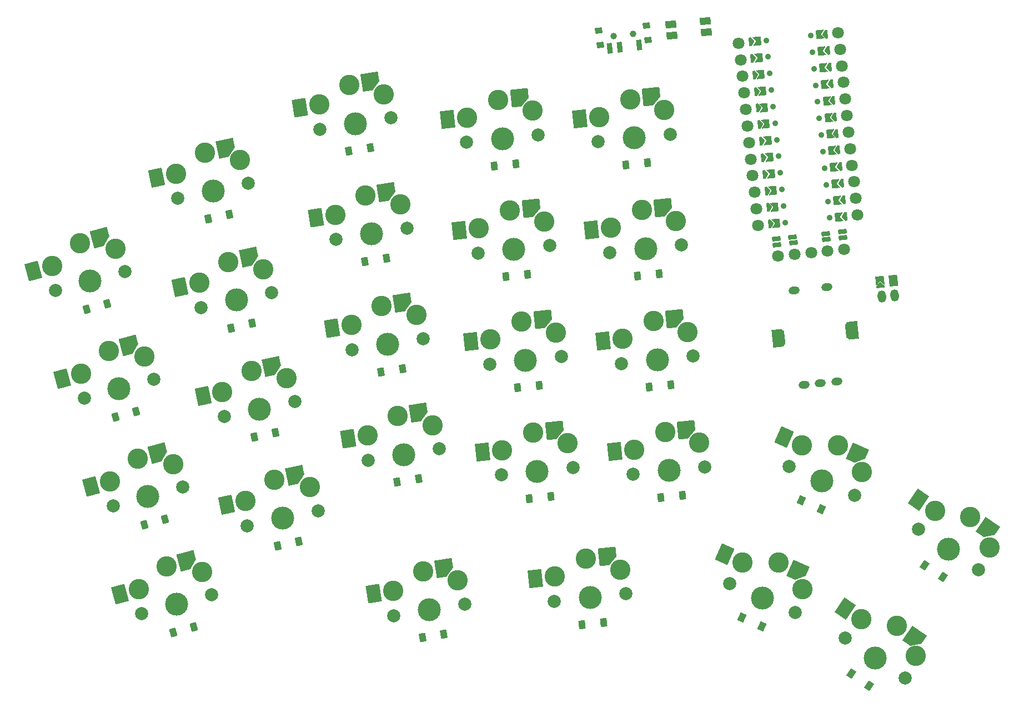
<source format=gbr>
%TF.GenerationSoftware,KiCad,Pcbnew,9.0.2*%
%TF.CreationDate,2025-05-27T05:35:02-06:00*%
%TF.ProjectId,keeb,6b656562-2e6b-4696-9361-645f70636258,v1.0.0*%
%TF.SameCoordinates,Original*%
%TF.FileFunction,Soldermask,Top*%
%TF.FilePolarity,Negative*%
%FSLAX46Y46*%
G04 Gerber Fmt 4.6, Leading zero omitted, Abs format (unit mm)*
G04 Created by KiCad (PCBNEW 9.0.2) date 2025-05-27 05:35:02*
%MOMM*%
%LPD*%
G01*
G04 APERTURE LIST*
G04 Aperture macros list*
%AMRoundRect*
0 Rectangle with rounded corners*
0 $1 Rounding radius*
0 $2 $3 $4 $5 $6 $7 $8 $9 X,Y pos of 4 corners*
0 Add a 4 corners polygon primitive as box body*
4,1,4,$2,$3,$4,$5,$6,$7,$8,$9,$2,$3,0*
0 Add four circle primitives for the rounded corners*
1,1,$1+$1,$2,$3*
1,1,$1+$1,$4,$5*
1,1,$1+$1,$6,$7*
1,1,$1+$1,$8,$9*
0 Add four rect primitives between the rounded corners*
20,1,$1+$1,$2,$3,$4,$5,0*
20,1,$1+$1,$4,$5,$6,$7,0*
20,1,$1+$1,$6,$7,$8,$9,0*
20,1,$1+$1,$8,$9,$2,$3,0*%
%AMHorizOval*
0 Thick line with rounded ends*
0 $1 width*
0 $2 $3 position (X,Y) of the first rounded end (center of the circle)*
0 $4 $5 position (X,Y) of the second rounded end (center of the circle)*
0 Add line between two ends*
20,1,$1,$2,$3,$4,$5,0*
0 Add two circle primitives to create the rounded ends*
1,1,$1,$2,$3*
1,1,$1,$4,$5*%
%AMFreePoly0*
4,1,14,1.335355,1.335355,1.350000,1.300000,1.350000,-0.117000,1.335355,-0.152355,0.152355,-1.335355,0.117000,-1.350000,-1.300000,-1.350000,-1.335355,-1.335355,-1.350000,-1.300000,-1.350000,1.300000,-1.335355,1.335355,-1.300000,1.350000,1.300000,1.350000,1.335355,1.335355,1.335355,1.335355,$1*%
%AMFreePoly1*
4,1,16,-0.214645,0.660355,-0.210957,0.656235,0.289043,0.031235,0.299694,-0.005522,0.289043,-0.031235,-0.210957,-0.656235,-0.244478,-0.674694,-0.250000,-0.675000,-0.500000,-0.675001,-0.535355,-0.660355,-0.550000,-0.625000,-0.550000,0.625000,-0.535355,0.660355,-0.500000,0.675000,-0.250000,0.675000,-0.214645,0.660355,-0.214645,0.660355,$1*%
%AMFreePoly2*
4,1,16,0.535355,0.660355,0.550000,0.625000,0.550000,-0.625000,0.535355,-0.660355,0.500000,-0.675000,-0.650001,-0.675000,-0.685355,-0.660355,-0.700000,-0.625000,-0.689043,-0.593765,-0.214031,0.000000,-0.689043,0.593765,-0.699694,0.630522,-0.681235,0.664043,-0.650000,0.675000,0.500000,0.675001,0.535355,0.660355,0.535355,0.660355,$1*%
%AMFreePoly3*
4,1,15,0.975355,0.935355,1.335355,0.575355,1.350000,0.540000,1.350000,-0.900000,1.335355,-0.935355,1.300000,-0.950000,-1.300000,-0.950000,-1.335355,-0.935355,-1.350000,-0.900000,-1.350000,0.540000,-1.335355,0.575355,-0.975355,0.935355,-0.940000,0.950000,0.940001,0.950000,0.975355,0.935355,0.975355,0.935355,$1*%
%AMFreePoly4*
4,1,15,1.335355,0.935355,1.350000,0.900000,1.350000,-0.540000,1.335355,-0.575355,0.975355,-0.935355,0.940000,-0.950000,-0.940001,-0.950000,-0.975355,-0.935355,-1.335355,-0.575355,-1.350000,-0.540000,-1.350000,0.900000,-1.335355,0.935355,-1.300000,0.950000,1.300000,0.950000,1.335355,0.935355,1.335355,0.935355,$1*%
%AMFreePoly5*
4,1,14,0.035355,0.435355,0.635355,-0.164645,0.650000,-0.200000,0.650000,-0.400000,0.635355,-0.435355,0.600000,-0.450000,-0.600000,-0.450000,-0.635355,-0.435355,-0.650000,-0.400000,-0.650000,-0.200000,-0.635355,-0.164645,-0.035355,0.435354,0.000000,0.450000,0.035355,0.435355,0.035355,0.435355,$1*%
%AMFreePoly6*
4,1,16,0.635355,0.285354,0.650000,0.250000,0.650000,-1.000000,0.635355,-1.035356,0.600000,-1.050000,0.564645,-1.035355,0.000000,-0.470710,-0.564645,-1.035355,-0.600000,-1.050000,-0.635355,-1.035355,-0.650000,-1.000000,-0.650000,0.250000,-0.635355,0.285355,-0.600000,0.300000,0.600000,0.300000,0.635355,0.285354,0.635355,0.285354,$1*%
G04 Aperture macros list end*
%ADD10C,3.500000*%
%ADD11C,2.000000*%
%ADD12C,3.100000*%
%ADD13FreePoly0,15.000000*%
%ADD14RoundRect,0.050000X-0.629461X-1.514523X1.302391X-0.996885X0.629461X1.514523X-1.302391X0.996885X0*%
%ADD15FreePoly0,12.000000*%
%ADD16RoundRect,0.050000X-0.707862X-1.479504X1.248433X-1.063680X0.707862X1.479504X-1.248433X1.063680X0*%
%ADD17FreePoly0,9.000000*%
%ADD18RoundRect,0.050000X-0.784324X-1.440429X1.191053X-1.127560X0.784324X1.440429X-1.191053X1.127560X0*%
%ADD19FreePoly0,6.000000*%
%ADD20RoundRect,0.050000X-0.858635X-1.397407X1.130409X-1.188350X0.858635X1.397407X-1.130409X1.188350X0*%
%ADD21FreePoly0,336.000000*%
%ADD22RoundRect,0.050000X-1.442303X-0.780872X0.384788X-1.594346X1.442303X0.780872X-0.384788X1.594346X0*%
%ADD23FreePoly0,326.000000*%
%ADD24RoundRect,0.050000X-1.555988X-0.518556X0.102087X-1.636942X1.555988X0.518556X-0.102087X1.636942X0*%
%ADD25RoundRect,0.050000X-0.279375X-0.696024X0.589958X-0.463087X0.279375X0.696024X-0.589958X0.463087X0*%
%ADD26RoundRect,0.050000X-0.315419X-0.680449X0.564913X-0.493328X0.315419X0.680449X-0.564913X0.493328X0*%
%ADD27RoundRect,0.050000X-0.350599X-0.663009X0.538320X-0.522217X0.350599X0.663009X-0.538320X0.522217X0*%
%ADD28RoundRect,0.050000X-0.384818X-0.643751X0.510252X-0.549675X0.384818X0.643751X-0.510252X0.549675X0*%
%ADD29RoundRect,0.050000X-0.655137X-0.365096X0.167053X-0.731159X0.655137X0.365096X-0.167053X0.731159X0*%
%ADD30RoundRect,0.050000X-0.708583X-0.245786X0.037551X-0.749059X0.708583X0.245786X-0.037551X0.749059X0*%
%ADD31C,1.800000*%
%ADD32C,0.900000*%
%ADD33FreePoly1,6.000000*%
%ADD34FreePoly2,6.000000*%
%ADD35FreePoly2,186.000000*%
%ADD36FreePoly1,186.000000*%
%ADD37RoundRect,0.050000X0.718490X0.578271X-0.823019X0.416251X-0.718490X-0.578271X0.823019X-0.416251X0*%
%ADD38HorizOval,1.200000X0.248630X0.026132X-0.248630X-0.026132X0*%
%ADD39FreePoly3,276.000000*%
%ADD40FreePoly4,276.000000*%
%ADD41HorizOval,1.300000X-0.028745X0.273494X0.028745X-0.273494X0*%
%ADD42FreePoly5,6.000000*%
%ADD43FreePoly6,6.000000*%
%ADD44RoundRect,0.050000X0.455450X0.450073X-0.539072X0.345545X-0.455450X-0.450073X0.539072X-0.345545X0*%
%ADD45RoundRect,0.050000X0.269686X0.782476X-0.426479X0.709306X-0.269686X-0.782476X0.426479X-0.709306X0*%
%ADD46C,1.000000*%
%ADD47RoundRect,0.050000X0.628072X-0.235639X0.565355X0.361074X-0.628072X0.235639X-0.565355X-0.361074X0*%
%ADD48HorizOval,1.800000X0.000000X0.000000X0.000000X0.000000X0*%
G04 APERTURE END LIST*
D10*
%TO.C,S1*%
X45600076Y-100579261D03*
D11*
X50912668Y-99155756D03*
X40287484Y-102002766D03*
D12*
X44060103Y-94832002D03*
X39799875Y-98251134D03*
D13*
X47223510Y-93984370D03*
D14*
X36926246Y-99021121D03*
D12*
X49459134Y-95662944D03*
%TD*%
D10*
%TO.C,S2*%
X41200152Y-84158522D03*
D11*
X46512744Y-82735017D03*
X35887560Y-85582027D03*
D12*
X39660179Y-78411263D03*
X35399951Y-81830395D03*
D13*
X42823586Y-77563631D03*
D14*
X32526322Y-82600382D03*
D12*
X45059210Y-79242205D03*
%TD*%
D10*
%TO.C,S3*%
X36800229Y-67737783D03*
D11*
X42112821Y-66314278D03*
X31487637Y-69161288D03*
D12*
X35260256Y-61990524D03*
X31000028Y-65409656D03*
D13*
X38423663Y-61142892D03*
D14*
X28126399Y-66179643D03*
D12*
X40659287Y-62821466D03*
%TD*%
D10*
%TO.C,S4*%
X32400305Y-51317044D03*
D11*
X37712897Y-49893539D03*
X27087713Y-52740549D03*
D12*
X30860332Y-45569785D03*
X26600104Y-48988917D03*
D13*
X34023739Y-44722153D03*
D14*
X23726475Y-49758904D03*
D12*
X36259363Y-46400727D03*
%TD*%
D10*
%TO.C,S5*%
X61752705Y-87451330D03*
D11*
X67132517Y-86307816D03*
X56372893Y-88594844D03*
D12*
X60515630Y-81631352D03*
X56082298Y-84822835D03*
D15*
X63719064Y-80950441D03*
D16*
X53172309Y-85441372D03*
D12*
X65863774Y-82743718D03*
%TD*%
D10*
%TO.C,S6*%
X58218206Y-70822820D03*
D11*
X63598018Y-69679306D03*
X52838394Y-71966334D03*
D12*
X56981131Y-65002842D03*
X52547799Y-68194325D03*
D15*
X60184565Y-64321931D03*
D16*
X49637810Y-68812862D03*
D12*
X62329275Y-66115208D03*
%TD*%
D10*
%TO.C,S7*%
X54683708Y-54194311D03*
D11*
X60063520Y-53050797D03*
X49303896Y-55337825D03*
D12*
X53446633Y-48374333D03*
X49013301Y-51565816D03*
D15*
X56650067Y-47693422D03*
D16*
X46103312Y-52184353D03*
D12*
X58794777Y-49486699D03*
%TD*%
D10*
%TO.C,S8*%
X51149209Y-37565802D03*
D11*
X56529021Y-36422288D03*
X45769397Y-38709316D03*
D12*
X49912134Y-31745824D03*
X45478802Y-34937307D03*
D15*
X53115568Y-31064913D03*
D16*
X42568813Y-35555844D03*
D12*
X55260278Y-32858190D03*
%TD*%
D10*
%TO.C,S9*%
X80231994Y-77764692D03*
D11*
X85664280Y-76904302D03*
X74799708Y-78625082D03*
D12*
X79301209Y-71887946D03*
X74706923Y-74843033D03*
D17*
X82535888Y-71375624D03*
D18*
X71768550Y-75308426D03*
D12*
X84583806Y-73278688D03*
%TD*%
D10*
%TO.C,S10*%
X77770146Y-60942703D03*
D11*
X83202432Y-60082313D03*
X72337860Y-61803093D03*
D12*
X76839361Y-55065957D03*
X72245075Y-58021044D03*
D17*
X80074040Y-54553635D03*
D18*
X69306702Y-58486437D03*
D12*
X82121958Y-56456699D03*
%TD*%
D10*
%TO.C,S11*%
X75308297Y-44120714D03*
D11*
X80740583Y-43260324D03*
X69876011Y-44981104D03*
D12*
X74377512Y-38243968D03*
X69783226Y-41199055D03*
D17*
X77612191Y-37731646D03*
D18*
X66844853Y-41664448D03*
D12*
X79660109Y-39634710D03*
%TD*%
D10*
%TO.C,S12*%
X72846449Y-27298725D03*
D11*
X78278735Y-26438335D03*
X67414163Y-28159115D03*
D12*
X71915664Y-21421979D03*
X67321378Y-24377066D03*
D17*
X75150343Y-20909657D03*
D18*
X64383005Y-24842459D03*
D12*
X77198261Y-22812721D03*
%TD*%
D10*
%TO.C,S13*%
X84085190Y-101453568D03*
D11*
X89517476Y-100593178D03*
X78652904Y-102313958D03*
D12*
X83154405Y-95576822D03*
X78560119Y-98531909D03*
D17*
X86389084Y-95064500D03*
D18*
X75621746Y-98997302D03*
D12*
X88437002Y-96967564D03*
%TD*%
D10*
%TO.C,S14*%
X100569398Y-80304454D03*
D11*
X106039268Y-79729547D03*
X95099528Y-80879361D03*
D12*
X99947454Y-74387049D03*
X95204807Y-77097639D03*
D19*
X103204513Y-74044718D03*
D20*
X92246104Y-77408611D03*
D12*
X105150026Y-76052355D03*
%TD*%
D10*
%TO.C,S15*%
X98792415Y-63397582D03*
D11*
X104262285Y-62822675D03*
X93322545Y-63972489D03*
D12*
X98170471Y-57480177D03*
X93427824Y-60190767D03*
D19*
X101427530Y-57137846D03*
D20*
X90469121Y-60501739D03*
D12*
X103373043Y-59145483D03*
%TD*%
D10*
%TO.C,S16*%
X97015431Y-46490710D03*
D11*
X102485301Y-45915803D03*
X91545561Y-47065617D03*
D12*
X96393487Y-40573305D03*
X91650840Y-43283895D03*
D19*
X99650546Y-40230974D03*
D20*
X88692137Y-43594867D03*
D12*
X101596059Y-42238611D03*
%TD*%
D10*
%TO.C,S17*%
X95238447Y-29583837D03*
D11*
X100708317Y-29008930D03*
X89768577Y-30158744D03*
D12*
X94616503Y-23666432D03*
X89873856Y-26377022D03*
D19*
X97873562Y-23324101D03*
D20*
X86915153Y-26687994D03*
D12*
X99819075Y-25331738D03*
%TD*%
D10*
%TO.C,S18*%
X120668893Y-80202928D03*
D11*
X126138763Y-79628021D03*
X115199023Y-80777835D03*
D12*
X120046949Y-74285523D03*
X115304302Y-76996113D03*
D19*
X123304008Y-73943192D03*
D20*
X112345599Y-77307085D03*
D12*
X125249521Y-75950829D03*
%TD*%
D10*
%TO.C,S19*%
X118891910Y-63296056D03*
D11*
X124361780Y-62721149D03*
X113422040Y-63870963D03*
D12*
X118269966Y-57378651D03*
X113527319Y-60089241D03*
D19*
X121527025Y-57036320D03*
D20*
X110568616Y-60400213D03*
D12*
X123472538Y-59043957D03*
%TD*%
D10*
%TO.C,S20*%
X117114926Y-46389184D03*
D11*
X122584796Y-45814277D03*
X111645056Y-46964091D03*
D12*
X116492982Y-40471779D03*
X111750335Y-43182369D03*
D19*
X119750041Y-40129448D03*
D20*
X108791632Y-43493341D03*
D12*
X121695554Y-42137085D03*
%TD*%
D10*
%TO.C,S21*%
X115337942Y-29482312D03*
D11*
X120807812Y-28907405D03*
X109868072Y-30057219D03*
D12*
X114715998Y-23564907D03*
X109973351Y-26275497D03*
D19*
X117973057Y-23222576D03*
D20*
X107014648Y-26586469D03*
D12*
X119918570Y-25230213D03*
%TD*%
D10*
%TO.C,S22*%
X108627099Y-99567721D03*
D11*
X114096969Y-98992814D03*
X103157229Y-100142628D03*
D12*
X108005155Y-93650316D03*
X103262508Y-96360906D03*
D19*
X111262214Y-93307985D03*
D20*
X100303805Y-96671878D03*
D12*
X113207727Y-95315622D03*
%TD*%
D10*
%TO.C,S23*%
X143961011Y-81776861D03*
D11*
X148985511Y-84013913D03*
X138936511Y-79539809D03*
D12*
X146381094Y-76341266D03*
X140918546Y-76317382D03*
D21*
X149372955Y-77673328D03*
D22*
X138200748Y-75107341D03*
D12*
X150054001Y-80384749D03*
%TD*%
D10*
%TO.C,S24*%
X134912732Y-99641034D03*
D11*
X139937232Y-101878086D03*
X129888232Y-97403982D03*
D12*
X137332815Y-94205439D03*
X131870267Y-94181555D03*
D21*
X140324676Y-95537501D03*
D22*
X129152469Y-92971514D03*
D12*
X141005722Y-98248922D03*
%TD*%
D10*
%TO.C,S25*%
X163248679Y-92212095D03*
D11*
X167808386Y-95287656D03*
X158688972Y-89136534D03*
D12*
X166575877Y-87279321D03*
X161200465Y-86307240D03*
D23*
X169290975Y-89110678D03*
D24*
X158734078Y-84643641D03*
D12*
X169490840Y-91899169D03*
%TD*%
D10*
%TO.C,S26*%
X152064821Y-108792847D03*
D11*
X156624528Y-111868408D03*
X147505114Y-105717286D03*
D12*
X155392019Y-103860073D03*
X150016607Y-102887992D03*
D23*
X158107117Y-105691430D03*
D24*
X147550220Y-101224393D03*
D12*
X158306982Y-108479921D03*
%TD*%
D25*
%TO.C,D1*%
X45041574Y-104870015D03*
X48229130Y-104015913D03*
%TD*%
%TO.C,D2*%
X40641651Y-88449276D03*
X43829207Y-87595174D03*
%TD*%
%TO.C,D3*%
X36241727Y-72028537D03*
X39429283Y-71174435D03*
%TD*%
%TO.C,D4*%
X31841803Y-55607798D03*
X35029359Y-54753696D03*
%TD*%
D26*
%TO.C,D5*%
X60970408Y-91706974D03*
X64198296Y-91020866D03*
%TD*%
%TO.C,D6*%
X57435909Y-75078465D03*
X60663797Y-74392357D03*
%TD*%
%TO.C,D7*%
X53901410Y-58449956D03*
X57129298Y-57763848D03*
%TD*%
%TO.C,D8*%
X50366912Y-41821446D03*
X53594800Y-41135338D03*
%TD*%
D27*
%TO.C,D9*%
X79228046Y-81973562D03*
X82487418Y-81457328D03*
%TD*%
%TO.C,D10*%
X76766197Y-65151573D03*
X80025569Y-64635339D03*
%TD*%
%TO.C,D11*%
X74304349Y-48329585D03*
X77563721Y-47813351D03*
%TD*%
%TO.C,D12*%
X71842501Y-31507596D03*
X75101873Y-30991362D03*
%TD*%
%TO.C,D13*%
X83081242Y-105662439D03*
X86340614Y-105146205D03*
%TD*%
D28*
%TO.C,D14*%
X99346551Y-84455014D03*
X102628473Y-84110070D03*
%TD*%
%TO.C,D15*%
X97569567Y-67548141D03*
X100851489Y-67203197D03*
%TD*%
%TO.C,D16*%
X95792584Y-50641269D03*
X99074506Y-50296325D03*
%TD*%
%TO.C,D17*%
X94015600Y-33734397D03*
X97297522Y-33389453D03*
%TD*%
%TO.C,D18*%
X119446046Y-84353488D03*
X122727968Y-84008544D03*
%TD*%
%TO.C,D19*%
X117669062Y-67446616D03*
X120950984Y-67101672D03*
%TD*%
%TO.C,D20*%
X115892078Y-50539744D03*
X119174000Y-50194800D03*
%TD*%
%TO.C,D21*%
X114115095Y-33632871D03*
X117397017Y-33287927D03*
%TD*%
%TO.C,D22*%
X107404252Y-103718281D03*
X110686174Y-103373337D03*
%TD*%
D29*
%TO.C,D23*%
X140826714Y-84759928D03*
X143841414Y-86102158D03*
%TD*%
%TO.C,D24*%
X131778436Y-102624101D03*
X134793136Y-103966331D03*
%TD*%
D30*
%TO.C,D25*%
X159643995Y-94605577D03*
X162379819Y-96450913D03*
%TD*%
%TO.C,D26*%
X148460137Y-111186329D03*
X151195961Y-113031665D03*
%TD*%
D31*
%TO.C,MCU1*%
X131295221Y-15035179D03*
X146451734Y-13442165D03*
D32*
X135492103Y-14594069D03*
X142254852Y-13883275D03*
D33*
X133403607Y-14813578D03*
D34*
X134124635Y-14737795D03*
D35*
X143622320Y-13739549D03*
D36*
X144343348Y-13663765D03*
D31*
X131560723Y-17561264D03*
X146717237Y-15968251D03*
D32*
X135757605Y-17120154D03*
X142520354Y-16409361D03*
D33*
X133669109Y-17339664D03*
D34*
X134390138Y-17263881D03*
D35*
X143887822Y-16265634D03*
D36*
X144608850Y-16189851D03*
D31*
X131826225Y-20087350D03*
X146982739Y-18494336D03*
D32*
X136023108Y-19646240D03*
X142785857Y-18935446D03*
D33*
X133934612Y-19865750D03*
D34*
X134655640Y-19789967D03*
D35*
X144153324Y-18791720D03*
D36*
X144874353Y-18715937D03*
D31*
X132091728Y-22613436D03*
X147248241Y-21020422D03*
D32*
X136288610Y-22172326D03*
X143051359Y-21461532D03*
D33*
X134200114Y-22391835D03*
D34*
X134921142Y-22316052D03*
D35*
X144418826Y-21317805D03*
D36*
X145139855Y-21242022D03*
D31*
X132357230Y-25139521D03*
X147513744Y-23546507D03*
D32*
X136554112Y-24698411D03*
X143316861Y-23987618D03*
D33*
X134465616Y-24917921D03*
D34*
X135186645Y-24842138D03*
D35*
X144684329Y-23843891D03*
D36*
X145405357Y-23768108D03*
D31*
X132622732Y-27665607D03*
X147779246Y-26072593D03*
D32*
X136819615Y-27224497D03*
X143582363Y-26513703D03*
D33*
X134731119Y-27444007D03*
D34*
X135452147Y-27368223D03*
D35*
X144949831Y-26369977D03*
D36*
X145670859Y-26294193D03*
D31*
X132888234Y-30191693D03*
X148044748Y-28598679D03*
D32*
X137085117Y-29750582D03*
X143847866Y-29039789D03*
D33*
X134996621Y-29970092D03*
D34*
X135717649Y-29894309D03*
D35*
X145215333Y-28896062D03*
D36*
X145936362Y-28820279D03*
D31*
X133153737Y-32717778D03*
X148310250Y-31124764D03*
D32*
X137350619Y-32276668D03*
X144113368Y-31565874D03*
D33*
X135262123Y-32496178D03*
D34*
X135983152Y-32420395D03*
D35*
X145480836Y-31422148D03*
D36*
X146201864Y-31346365D03*
D31*
X133419239Y-35243864D03*
X148575753Y-33650850D03*
D32*
X137616121Y-34802754D03*
X144378870Y-34091960D03*
D33*
X135527625Y-35022263D03*
D34*
X136248654Y-34946480D03*
D35*
X145746338Y-33948233D03*
D36*
X146467366Y-33872450D03*
D31*
X133684741Y-37769949D03*
X148841255Y-36176936D03*
D32*
X137881624Y-37328839D03*
X144644373Y-36618046D03*
D33*
X135793128Y-37548349D03*
D34*
X136514156Y-37472566D03*
D35*
X146011840Y-36474319D03*
D36*
X146732869Y-36398536D03*
D31*
X133950244Y-40296035D03*
X149106757Y-38703021D03*
D32*
X138147126Y-39854925D03*
X144909875Y-39144131D03*
D33*
X136058630Y-40074435D03*
D34*
X136779658Y-39998651D03*
D35*
X146277343Y-39000405D03*
D36*
X146998371Y-38924622D03*
D31*
X134215746Y-42822121D03*
X149372260Y-41229107D03*
D32*
X138412628Y-42381010D03*
X145175377Y-41670217D03*
D33*
X136324132Y-42600520D03*
D34*
X137045161Y-42524737D03*
D35*
X146542845Y-41526490D03*
D36*
X147263873Y-41450707D03*
%TD*%
D37*
%TO.C,RST1*%
X126158608Y-11653576D03*
X126336306Y-13344263D03*
X120937368Y-12202351D03*
X121115066Y-13893038D03*
%TD*%
D38*
%TO.C,RE1*%
X146230557Y-66636179D03*
X143744252Y-66897500D03*
X141257948Y-67158821D03*
X139742285Y-52738254D03*
X144714894Y-52215612D03*
D39*
X137390966Y-60023945D03*
D40*
X148529612Y-58853227D03*
%TD*%
D41*
%TO.C,JST1*%
X155062049Y-53461372D03*
X153073005Y-53670428D03*
D42*
X154873898Y-51671232D03*
X152884854Y-51880289D03*
D43*
X154767697Y-50660798D03*
X152778653Y-50869855D03*
%TD*%
D44*
%TO.C,PWR1*%
X109944019Y-13081284D03*
X110175026Y-15279177D03*
X117435036Y-14516119D03*
X117204028Y-12318226D03*
D45*
X116110649Y-15308898D03*
X113127083Y-15622484D03*
X111635301Y-15779277D03*
D46*
X112197222Y-13950522D03*
X115180788Y-13636936D03*
%TD*%
D47*
%TO.C,DISP1*%
X136983293Y-44853964D03*
X139509378Y-44588462D03*
X144561550Y-44057457D03*
X147087635Y-43791955D03*
X137077368Y-45749034D03*
X139603454Y-45483532D03*
X144655625Y-44952527D03*
X147181711Y-44687025D03*
D48*
X137260293Y-47489447D03*
X139786379Y-47223945D03*
X142312464Y-46958443D03*
X144838550Y-46692940D03*
D31*
X147364636Y-46427438D03*
%TD*%
M02*

</source>
